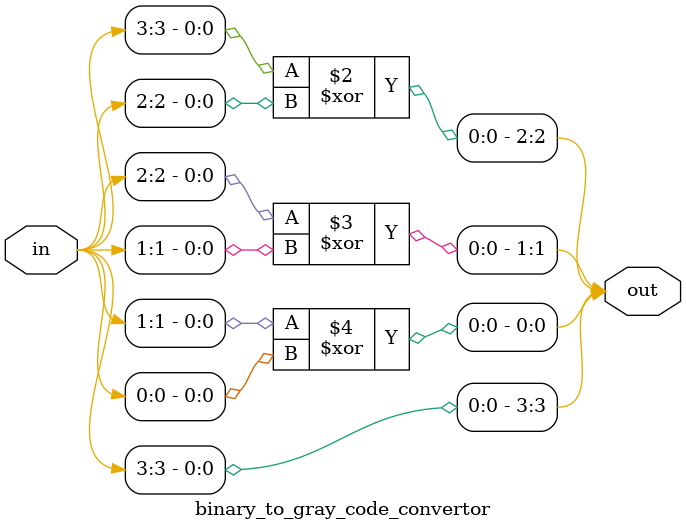
<source format=v>
`timescale 1ns / 1ps
module binary_to_gray_code_convertor(input [3:0] in,output reg [3:0] out);
always @(*) begin
out[3]=in[3];
out[2]=in[3]^in[2];
out[1]=in[2]^in[1];
out[0]=in[1]^in[0];
end
endmodule

</source>
